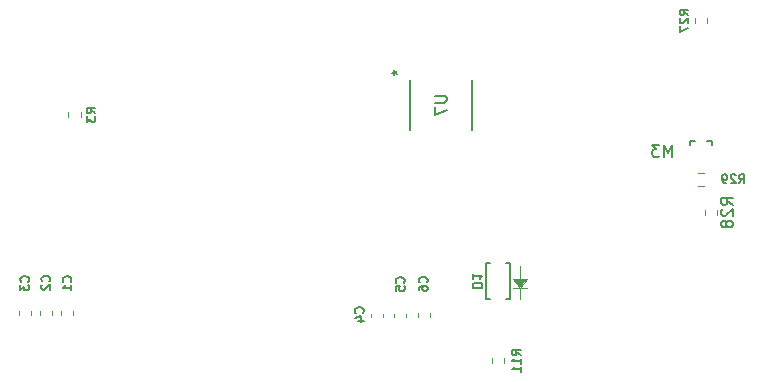
<source format=gbr>
%TF.GenerationSoftware,KiCad,Pcbnew,8.0.6*%
%TF.CreationDate,2025-05-19T10:35:06-04:00*%
%TF.ProjectId,CAEN_NEVIS_DAQ_12V,4341454e-5f4e-4455-9649-535f4441515f,rev?*%
%TF.SameCoordinates,Original*%
%TF.FileFunction,Legend,Bot*%
%TF.FilePolarity,Positive*%
%FSLAX46Y46*%
G04 Gerber Fmt 4.6, Leading zero omitted, Abs format (unit mm)*
G04 Created by KiCad (PCBNEW 8.0.6) date 2025-05-19 10:35:06*
%MOMM*%
%LPD*%
G01*
G04 APERTURE LIST*
%ADD10C,0.150000*%
%ADD11C,0.120000*%
%ADD12C,0.152400*%
%ADD13C,0.100000*%
G04 APERTURE END LIST*
D10*
X150867735Y-94774999D02*
X150903450Y-94739285D01*
X150903450Y-94739285D02*
X150939164Y-94632142D01*
X150939164Y-94632142D02*
X150939164Y-94560714D01*
X150939164Y-94560714D02*
X150903450Y-94453571D01*
X150903450Y-94453571D02*
X150832021Y-94382142D01*
X150832021Y-94382142D02*
X150760592Y-94346428D01*
X150760592Y-94346428D02*
X150617735Y-94310714D01*
X150617735Y-94310714D02*
X150510592Y-94310714D01*
X150510592Y-94310714D02*
X150367735Y-94346428D01*
X150367735Y-94346428D02*
X150296307Y-94382142D01*
X150296307Y-94382142D02*
X150224878Y-94453571D01*
X150224878Y-94453571D02*
X150189164Y-94560714D01*
X150189164Y-94560714D02*
X150189164Y-94632142D01*
X150189164Y-94632142D02*
X150224878Y-94739285D01*
X150224878Y-94739285D02*
X150260592Y-94774999D01*
X150260592Y-95060714D02*
X150224878Y-95096428D01*
X150224878Y-95096428D02*
X150189164Y-95167857D01*
X150189164Y-95167857D02*
X150189164Y-95346428D01*
X150189164Y-95346428D02*
X150224878Y-95417857D01*
X150224878Y-95417857D02*
X150260592Y-95453571D01*
X150260592Y-95453571D02*
X150332021Y-95489285D01*
X150332021Y-95489285D02*
X150403450Y-95489285D01*
X150403450Y-95489285D02*
X150510592Y-95453571D01*
X150510592Y-95453571D02*
X150939164Y-95024999D01*
X150939164Y-95024999D02*
X150939164Y-95489285D01*
X209262143Y-86489164D02*
X209512143Y-86132021D01*
X209690714Y-86489164D02*
X209690714Y-85739164D01*
X209690714Y-85739164D02*
X209405000Y-85739164D01*
X209405000Y-85739164D02*
X209333571Y-85774878D01*
X209333571Y-85774878D02*
X209297857Y-85810592D01*
X209297857Y-85810592D02*
X209262143Y-85882021D01*
X209262143Y-85882021D02*
X209262143Y-85989164D01*
X209262143Y-85989164D02*
X209297857Y-86060592D01*
X209297857Y-86060592D02*
X209333571Y-86096307D01*
X209333571Y-86096307D02*
X209405000Y-86132021D01*
X209405000Y-86132021D02*
X209690714Y-86132021D01*
X208976428Y-85810592D02*
X208940714Y-85774878D01*
X208940714Y-85774878D02*
X208869286Y-85739164D01*
X208869286Y-85739164D02*
X208690714Y-85739164D01*
X208690714Y-85739164D02*
X208619286Y-85774878D01*
X208619286Y-85774878D02*
X208583571Y-85810592D01*
X208583571Y-85810592D02*
X208547857Y-85882021D01*
X208547857Y-85882021D02*
X208547857Y-85953450D01*
X208547857Y-85953450D02*
X208583571Y-86060592D01*
X208583571Y-86060592D02*
X209012143Y-86489164D01*
X209012143Y-86489164D02*
X208547857Y-86489164D01*
X208190714Y-86489164D02*
X208047857Y-86489164D01*
X208047857Y-86489164D02*
X207976428Y-86453450D01*
X207976428Y-86453450D02*
X207940714Y-86417735D01*
X207940714Y-86417735D02*
X207869285Y-86310592D01*
X207869285Y-86310592D02*
X207833571Y-86167735D01*
X207833571Y-86167735D02*
X207833571Y-85882021D01*
X207833571Y-85882021D02*
X207869285Y-85810592D01*
X207869285Y-85810592D02*
X207905000Y-85774878D01*
X207905000Y-85774878D02*
X207976428Y-85739164D01*
X207976428Y-85739164D02*
X208119285Y-85739164D01*
X208119285Y-85739164D02*
X208190714Y-85774878D01*
X208190714Y-85774878D02*
X208226428Y-85810592D01*
X208226428Y-85810592D02*
X208262142Y-85882021D01*
X208262142Y-85882021D02*
X208262142Y-86060592D01*
X208262142Y-86060592D02*
X208226428Y-86132021D01*
X208226428Y-86132021D02*
X208190714Y-86167735D01*
X208190714Y-86167735D02*
X208119285Y-86203450D01*
X208119285Y-86203450D02*
X207976428Y-86203450D01*
X207976428Y-86203450D02*
X207905000Y-86167735D01*
X207905000Y-86167735D02*
X207869285Y-86132021D01*
X207869285Y-86132021D02*
X207833571Y-86060592D01*
X186717704Y-95350475D02*
X187517704Y-95350475D01*
X187517704Y-95350475D02*
X187517704Y-95159999D01*
X187517704Y-95159999D02*
X187479609Y-95045713D01*
X187479609Y-95045713D02*
X187403419Y-94969523D01*
X187403419Y-94969523D02*
X187327228Y-94931428D01*
X187327228Y-94931428D02*
X187174847Y-94893332D01*
X187174847Y-94893332D02*
X187060561Y-94893332D01*
X187060561Y-94893332D02*
X186908180Y-94931428D01*
X186908180Y-94931428D02*
X186831990Y-94969523D01*
X186831990Y-94969523D02*
X186755800Y-95045713D01*
X186755800Y-95045713D02*
X186717704Y-95159999D01*
X186717704Y-95159999D02*
X186717704Y-95350475D01*
X186717704Y-94131428D02*
X186717704Y-94588571D01*
X186717704Y-94359999D02*
X187517704Y-94359999D01*
X187517704Y-94359999D02*
X187403419Y-94436190D01*
X187403419Y-94436190D02*
X187327228Y-94512380D01*
X187327228Y-94512380D02*
X187289133Y-94588571D01*
X154769164Y-80544999D02*
X154412021Y-80294999D01*
X154769164Y-80116428D02*
X154019164Y-80116428D01*
X154019164Y-80116428D02*
X154019164Y-80402142D01*
X154019164Y-80402142D02*
X154054878Y-80473571D01*
X154054878Y-80473571D02*
X154090592Y-80509285D01*
X154090592Y-80509285D02*
X154162021Y-80544999D01*
X154162021Y-80544999D02*
X154269164Y-80544999D01*
X154269164Y-80544999D02*
X154340592Y-80509285D01*
X154340592Y-80509285D02*
X154376307Y-80473571D01*
X154376307Y-80473571D02*
X154412021Y-80402142D01*
X154412021Y-80402142D02*
X154412021Y-80116428D01*
X154019164Y-80794999D02*
X154019164Y-81259285D01*
X154019164Y-81259285D02*
X154304878Y-81009285D01*
X154304878Y-81009285D02*
X154304878Y-81116428D01*
X154304878Y-81116428D02*
X154340592Y-81187857D01*
X154340592Y-81187857D02*
X154376307Y-81223571D01*
X154376307Y-81223571D02*
X154447735Y-81259285D01*
X154447735Y-81259285D02*
X154626307Y-81259285D01*
X154626307Y-81259285D02*
X154697735Y-81223571D01*
X154697735Y-81223571D02*
X154733450Y-81187857D01*
X154733450Y-81187857D02*
X154769164Y-81116428D01*
X154769164Y-81116428D02*
X154769164Y-80902142D01*
X154769164Y-80902142D02*
X154733450Y-80830714D01*
X154733450Y-80830714D02*
X154697735Y-80794999D01*
X180867735Y-94904999D02*
X180903450Y-94869285D01*
X180903450Y-94869285D02*
X180939164Y-94762142D01*
X180939164Y-94762142D02*
X180939164Y-94690714D01*
X180939164Y-94690714D02*
X180903450Y-94583571D01*
X180903450Y-94583571D02*
X180832021Y-94512142D01*
X180832021Y-94512142D02*
X180760592Y-94476428D01*
X180760592Y-94476428D02*
X180617735Y-94440714D01*
X180617735Y-94440714D02*
X180510592Y-94440714D01*
X180510592Y-94440714D02*
X180367735Y-94476428D01*
X180367735Y-94476428D02*
X180296307Y-94512142D01*
X180296307Y-94512142D02*
X180224878Y-94583571D01*
X180224878Y-94583571D02*
X180189164Y-94690714D01*
X180189164Y-94690714D02*
X180189164Y-94762142D01*
X180189164Y-94762142D02*
X180224878Y-94869285D01*
X180224878Y-94869285D02*
X180260592Y-94904999D01*
X180189164Y-95583571D02*
X180189164Y-95226428D01*
X180189164Y-95226428D02*
X180546307Y-95190714D01*
X180546307Y-95190714D02*
X180510592Y-95226428D01*
X180510592Y-95226428D02*
X180474878Y-95297857D01*
X180474878Y-95297857D02*
X180474878Y-95476428D01*
X180474878Y-95476428D02*
X180510592Y-95547857D01*
X180510592Y-95547857D02*
X180546307Y-95583571D01*
X180546307Y-95583571D02*
X180617735Y-95619285D01*
X180617735Y-95619285D02*
X180796307Y-95619285D01*
X180796307Y-95619285D02*
X180867735Y-95583571D01*
X180867735Y-95583571D02*
X180903450Y-95547857D01*
X180903450Y-95547857D02*
X180939164Y-95476428D01*
X180939164Y-95476428D02*
X180939164Y-95297857D01*
X180939164Y-95297857D02*
X180903450Y-95226428D01*
X180903450Y-95226428D02*
X180867735Y-95190714D01*
X183494819Y-79078095D02*
X184304342Y-79078095D01*
X184304342Y-79078095D02*
X184399580Y-79125714D01*
X184399580Y-79125714D02*
X184447200Y-79173333D01*
X184447200Y-79173333D02*
X184494819Y-79268571D01*
X184494819Y-79268571D02*
X184494819Y-79459047D01*
X184494819Y-79459047D02*
X184447200Y-79554285D01*
X184447200Y-79554285D02*
X184399580Y-79601904D01*
X184399580Y-79601904D02*
X184304342Y-79649523D01*
X184304342Y-79649523D02*
X183494819Y-79649523D01*
X183494819Y-80030476D02*
X183494819Y-80697142D01*
X183494819Y-80697142D02*
X184494819Y-80268571D01*
X179888019Y-77122200D02*
X180126114Y-77122200D01*
X180030876Y-76884105D02*
X180126114Y-77122200D01*
X180126114Y-77122200D02*
X180030876Y-77360295D01*
X180316590Y-76979343D02*
X180126114Y-77122200D01*
X180126114Y-77122200D02*
X180316590Y-77265057D01*
X179888019Y-77122200D02*
X180126114Y-77122200D01*
X180030876Y-76884105D02*
X180126114Y-77122200D01*
X180126114Y-77122200D02*
X180030876Y-77360295D01*
X180316590Y-76979343D02*
X180126114Y-77122200D01*
X180126114Y-77122200D02*
X180316590Y-77265057D01*
X190769164Y-101037856D02*
X190412021Y-100787856D01*
X190769164Y-100609285D02*
X190019164Y-100609285D01*
X190019164Y-100609285D02*
X190019164Y-100894999D01*
X190019164Y-100894999D02*
X190054878Y-100966428D01*
X190054878Y-100966428D02*
X190090592Y-101002142D01*
X190090592Y-101002142D02*
X190162021Y-101037856D01*
X190162021Y-101037856D02*
X190269164Y-101037856D01*
X190269164Y-101037856D02*
X190340592Y-101002142D01*
X190340592Y-101002142D02*
X190376307Y-100966428D01*
X190376307Y-100966428D02*
X190412021Y-100894999D01*
X190412021Y-100894999D02*
X190412021Y-100609285D01*
X190769164Y-101752142D02*
X190769164Y-101323571D01*
X190769164Y-101537856D02*
X190019164Y-101537856D01*
X190019164Y-101537856D02*
X190126307Y-101466428D01*
X190126307Y-101466428D02*
X190197735Y-101394999D01*
X190197735Y-101394999D02*
X190233450Y-101323571D01*
X190769164Y-102466428D02*
X190769164Y-102037857D01*
X190769164Y-102252142D02*
X190019164Y-102252142D01*
X190019164Y-102252142D02*
X190126307Y-102180714D01*
X190126307Y-102180714D02*
X190197735Y-102109285D01*
X190197735Y-102109285D02*
X190233450Y-102037857D01*
X204979164Y-72227856D02*
X204622021Y-71977856D01*
X204979164Y-71799285D02*
X204229164Y-71799285D01*
X204229164Y-71799285D02*
X204229164Y-72084999D01*
X204229164Y-72084999D02*
X204264878Y-72156428D01*
X204264878Y-72156428D02*
X204300592Y-72192142D01*
X204300592Y-72192142D02*
X204372021Y-72227856D01*
X204372021Y-72227856D02*
X204479164Y-72227856D01*
X204479164Y-72227856D02*
X204550592Y-72192142D01*
X204550592Y-72192142D02*
X204586307Y-72156428D01*
X204586307Y-72156428D02*
X204622021Y-72084999D01*
X204622021Y-72084999D02*
X204622021Y-71799285D01*
X204300592Y-72513571D02*
X204264878Y-72549285D01*
X204264878Y-72549285D02*
X204229164Y-72620714D01*
X204229164Y-72620714D02*
X204229164Y-72799285D01*
X204229164Y-72799285D02*
X204264878Y-72870714D01*
X204264878Y-72870714D02*
X204300592Y-72906428D01*
X204300592Y-72906428D02*
X204372021Y-72942142D01*
X204372021Y-72942142D02*
X204443450Y-72942142D01*
X204443450Y-72942142D02*
X204550592Y-72906428D01*
X204550592Y-72906428D02*
X204979164Y-72477856D01*
X204979164Y-72477856D02*
X204979164Y-72942142D01*
X204229164Y-73192142D02*
X204229164Y-73692142D01*
X204229164Y-73692142D02*
X204979164Y-73370714D01*
X208754819Y-88307142D02*
X208278628Y-87973809D01*
X208754819Y-87735714D02*
X207754819Y-87735714D01*
X207754819Y-87735714D02*
X207754819Y-88116666D01*
X207754819Y-88116666D02*
X207802438Y-88211904D01*
X207802438Y-88211904D02*
X207850057Y-88259523D01*
X207850057Y-88259523D02*
X207945295Y-88307142D01*
X207945295Y-88307142D02*
X208088152Y-88307142D01*
X208088152Y-88307142D02*
X208183390Y-88259523D01*
X208183390Y-88259523D02*
X208231009Y-88211904D01*
X208231009Y-88211904D02*
X208278628Y-88116666D01*
X208278628Y-88116666D02*
X208278628Y-87735714D01*
X207850057Y-88688095D02*
X207802438Y-88735714D01*
X207802438Y-88735714D02*
X207754819Y-88830952D01*
X207754819Y-88830952D02*
X207754819Y-89069047D01*
X207754819Y-89069047D02*
X207802438Y-89164285D01*
X207802438Y-89164285D02*
X207850057Y-89211904D01*
X207850057Y-89211904D02*
X207945295Y-89259523D01*
X207945295Y-89259523D02*
X208040533Y-89259523D01*
X208040533Y-89259523D02*
X208183390Y-89211904D01*
X208183390Y-89211904D02*
X208754819Y-88640476D01*
X208754819Y-88640476D02*
X208754819Y-89259523D01*
X208183390Y-89830952D02*
X208135771Y-89735714D01*
X208135771Y-89735714D02*
X208088152Y-89688095D01*
X208088152Y-89688095D02*
X207992914Y-89640476D01*
X207992914Y-89640476D02*
X207945295Y-89640476D01*
X207945295Y-89640476D02*
X207850057Y-89688095D01*
X207850057Y-89688095D02*
X207802438Y-89735714D01*
X207802438Y-89735714D02*
X207754819Y-89830952D01*
X207754819Y-89830952D02*
X207754819Y-90021428D01*
X207754819Y-90021428D02*
X207802438Y-90116666D01*
X207802438Y-90116666D02*
X207850057Y-90164285D01*
X207850057Y-90164285D02*
X207945295Y-90211904D01*
X207945295Y-90211904D02*
X207992914Y-90211904D01*
X207992914Y-90211904D02*
X208088152Y-90164285D01*
X208088152Y-90164285D02*
X208135771Y-90116666D01*
X208135771Y-90116666D02*
X208183390Y-90021428D01*
X208183390Y-90021428D02*
X208183390Y-89830952D01*
X208183390Y-89830952D02*
X208231009Y-89735714D01*
X208231009Y-89735714D02*
X208278628Y-89688095D01*
X208278628Y-89688095D02*
X208373866Y-89640476D01*
X208373866Y-89640476D02*
X208564342Y-89640476D01*
X208564342Y-89640476D02*
X208659580Y-89688095D01*
X208659580Y-89688095D02*
X208707200Y-89735714D01*
X208707200Y-89735714D02*
X208754819Y-89830952D01*
X208754819Y-89830952D02*
X208754819Y-90021428D01*
X208754819Y-90021428D02*
X208707200Y-90116666D01*
X208707200Y-90116666D02*
X208659580Y-90164285D01*
X208659580Y-90164285D02*
X208564342Y-90211904D01*
X208564342Y-90211904D02*
X208373866Y-90211904D01*
X208373866Y-90211904D02*
X208278628Y-90164285D01*
X208278628Y-90164285D02*
X208231009Y-90116666D01*
X208231009Y-90116666D02*
X208183390Y-90021428D01*
X152667735Y-94819999D02*
X152703450Y-94784285D01*
X152703450Y-94784285D02*
X152739164Y-94677142D01*
X152739164Y-94677142D02*
X152739164Y-94605714D01*
X152739164Y-94605714D02*
X152703450Y-94498571D01*
X152703450Y-94498571D02*
X152632021Y-94427142D01*
X152632021Y-94427142D02*
X152560592Y-94391428D01*
X152560592Y-94391428D02*
X152417735Y-94355714D01*
X152417735Y-94355714D02*
X152310592Y-94355714D01*
X152310592Y-94355714D02*
X152167735Y-94391428D01*
X152167735Y-94391428D02*
X152096307Y-94427142D01*
X152096307Y-94427142D02*
X152024878Y-94498571D01*
X152024878Y-94498571D02*
X151989164Y-94605714D01*
X151989164Y-94605714D02*
X151989164Y-94677142D01*
X151989164Y-94677142D02*
X152024878Y-94784285D01*
X152024878Y-94784285D02*
X152060592Y-94819999D01*
X152739164Y-95534285D02*
X152739164Y-95105714D01*
X152739164Y-95319999D02*
X151989164Y-95319999D01*
X151989164Y-95319999D02*
X152096307Y-95248571D01*
X152096307Y-95248571D02*
X152167735Y-95177142D01*
X152167735Y-95177142D02*
X152203450Y-95105714D01*
X177427735Y-97464999D02*
X177463450Y-97429285D01*
X177463450Y-97429285D02*
X177499164Y-97322142D01*
X177499164Y-97322142D02*
X177499164Y-97250714D01*
X177499164Y-97250714D02*
X177463450Y-97143571D01*
X177463450Y-97143571D02*
X177392021Y-97072142D01*
X177392021Y-97072142D02*
X177320592Y-97036428D01*
X177320592Y-97036428D02*
X177177735Y-97000714D01*
X177177735Y-97000714D02*
X177070592Y-97000714D01*
X177070592Y-97000714D02*
X176927735Y-97036428D01*
X176927735Y-97036428D02*
X176856307Y-97072142D01*
X176856307Y-97072142D02*
X176784878Y-97143571D01*
X176784878Y-97143571D02*
X176749164Y-97250714D01*
X176749164Y-97250714D02*
X176749164Y-97322142D01*
X176749164Y-97322142D02*
X176784878Y-97429285D01*
X176784878Y-97429285D02*
X176820592Y-97464999D01*
X176999164Y-98107857D02*
X177499164Y-98107857D01*
X176713450Y-97929285D02*
X177249164Y-97750714D01*
X177249164Y-97750714D02*
X177249164Y-98214999D01*
X182827735Y-94884999D02*
X182863450Y-94849285D01*
X182863450Y-94849285D02*
X182899164Y-94742142D01*
X182899164Y-94742142D02*
X182899164Y-94670714D01*
X182899164Y-94670714D02*
X182863450Y-94563571D01*
X182863450Y-94563571D02*
X182792021Y-94492142D01*
X182792021Y-94492142D02*
X182720592Y-94456428D01*
X182720592Y-94456428D02*
X182577735Y-94420714D01*
X182577735Y-94420714D02*
X182470592Y-94420714D01*
X182470592Y-94420714D02*
X182327735Y-94456428D01*
X182327735Y-94456428D02*
X182256307Y-94492142D01*
X182256307Y-94492142D02*
X182184878Y-94563571D01*
X182184878Y-94563571D02*
X182149164Y-94670714D01*
X182149164Y-94670714D02*
X182149164Y-94742142D01*
X182149164Y-94742142D02*
X182184878Y-94849285D01*
X182184878Y-94849285D02*
X182220592Y-94884999D01*
X182149164Y-95527857D02*
X182149164Y-95384999D01*
X182149164Y-95384999D02*
X182184878Y-95313571D01*
X182184878Y-95313571D02*
X182220592Y-95277857D01*
X182220592Y-95277857D02*
X182327735Y-95206428D01*
X182327735Y-95206428D02*
X182470592Y-95170714D01*
X182470592Y-95170714D02*
X182756307Y-95170714D01*
X182756307Y-95170714D02*
X182827735Y-95206428D01*
X182827735Y-95206428D02*
X182863450Y-95242142D01*
X182863450Y-95242142D02*
X182899164Y-95313571D01*
X182899164Y-95313571D02*
X182899164Y-95456428D01*
X182899164Y-95456428D02*
X182863450Y-95527857D01*
X182863450Y-95527857D02*
X182827735Y-95563571D01*
X182827735Y-95563571D02*
X182756307Y-95599285D01*
X182756307Y-95599285D02*
X182577735Y-95599285D01*
X182577735Y-95599285D02*
X182506307Y-95563571D01*
X182506307Y-95563571D02*
X182470592Y-95527857D01*
X182470592Y-95527857D02*
X182434878Y-95456428D01*
X182434878Y-95456428D02*
X182434878Y-95313571D01*
X182434878Y-95313571D02*
X182470592Y-95242142D01*
X182470592Y-95242142D02*
X182506307Y-95206428D01*
X182506307Y-95206428D02*
X182577735Y-95170714D01*
X149077735Y-94814999D02*
X149113450Y-94779285D01*
X149113450Y-94779285D02*
X149149164Y-94672142D01*
X149149164Y-94672142D02*
X149149164Y-94600714D01*
X149149164Y-94600714D02*
X149113450Y-94493571D01*
X149113450Y-94493571D02*
X149042021Y-94422142D01*
X149042021Y-94422142D02*
X148970592Y-94386428D01*
X148970592Y-94386428D02*
X148827735Y-94350714D01*
X148827735Y-94350714D02*
X148720592Y-94350714D01*
X148720592Y-94350714D02*
X148577735Y-94386428D01*
X148577735Y-94386428D02*
X148506307Y-94422142D01*
X148506307Y-94422142D02*
X148434878Y-94493571D01*
X148434878Y-94493571D02*
X148399164Y-94600714D01*
X148399164Y-94600714D02*
X148399164Y-94672142D01*
X148399164Y-94672142D02*
X148434878Y-94779285D01*
X148434878Y-94779285D02*
X148470592Y-94814999D01*
X148399164Y-95064999D02*
X148399164Y-95529285D01*
X148399164Y-95529285D02*
X148684878Y-95279285D01*
X148684878Y-95279285D02*
X148684878Y-95386428D01*
X148684878Y-95386428D02*
X148720592Y-95457857D01*
X148720592Y-95457857D02*
X148756307Y-95493571D01*
X148756307Y-95493571D02*
X148827735Y-95529285D01*
X148827735Y-95529285D02*
X149006307Y-95529285D01*
X149006307Y-95529285D02*
X149077735Y-95493571D01*
X149077735Y-95493571D02*
X149113450Y-95457857D01*
X149113450Y-95457857D02*
X149149164Y-95386428D01*
X149149164Y-95386428D02*
X149149164Y-95172142D01*
X149149164Y-95172142D02*
X149113450Y-95100714D01*
X149113450Y-95100714D02*
X149077735Y-95064999D01*
X203567524Y-84230819D02*
X203567524Y-83230819D01*
X203567524Y-83230819D02*
X203234191Y-83945104D01*
X203234191Y-83945104D02*
X202900858Y-83230819D01*
X202900858Y-83230819D02*
X202900858Y-84230819D01*
X202519905Y-83230819D02*
X201900858Y-83230819D01*
X201900858Y-83230819D02*
X202234191Y-83611771D01*
X202234191Y-83611771D02*
X202091334Y-83611771D01*
X202091334Y-83611771D02*
X201996096Y-83659390D01*
X201996096Y-83659390D02*
X201948477Y-83707009D01*
X201948477Y-83707009D02*
X201900858Y-83802247D01*
X201900858Y-83802247D02*
X201900858Y-84040342D01*
X201900858Y-84040342D02*
X201948477Y-84135580D01*
X201948477Y-84135580D02*
X201996096Y-84183200D01*
X201996096Y-84183200D02*
X202091334Y-84230819D01*
X202091334Y-84230819D02*
X202377048Y-84230819D01*
X202377048Y-84230819D02*
X202472286Y-84183200D01*
X202472286Y-84183200D02*
X202519905Y-84135580D01*
D11*
%TO.C,C2*%
X150090000Y-97600580D02*
X150090000Y-97319420D01*
X151110000Y-97600580D02*
X151110000Y-97319420D01*
%TO.C,R29*%
X205812742Y-85657500D02*
X206287258Y-85657500D01*
X205812742Y-86702500D02*
X206287258Y-86702500D01*
D12*
%TO.C,D1*%
X187821300Y-93220600D02*
X187821300Y-96319400D01*
X187821300Y-96319400D02*
X188161660Y-96319400D01*
X188161660Y-93220600D02*
X187821300Y-93220600D01*
X189538340Y-96319400D02*
X189878700Y-96319400D01*
X189878700Y-93220600D02*
X189538340Y-93220600D01*
X189878700Y-96319400D02*
X189878700Y-93220600D01*
D13*
X190150000Y-95320000D02*
X191350000Y-95320000D01*
X190700000Y-93470000D02*
X190700000Y-94570000D01*
X190700000Y-96320000D02*
X190700000Y-95320000D01*
X190700000Y-95320000D02*
X190150000Y-94620000D01*
X191300000Y-94620000D01*
X190700000Y-95320000D01*
G36*
X190700000Y-95320000D02*
G01*
X190150000Y-94620000D01*
X191300000Y-94620000D01*
X190700000Y-95320000D01*
G37*
D11*
%TO.C,R3*%
X152477500Y-80432742D02*
X152477500Y-80907258D01*
X153522500Y-80432742D02*
X153522500Y-80907258D01*
%TO.C,C5*%
X180020000Y-97810580D02*
X180020000Y-97529420D01*
X181040000Y-97810580D02*
X181040000Y-97529420D01*
D12*
%TO.C,U7*%
X181411100Y-77719100D02*
X181411100Y-81960900D01*
X186668900Y-81960900D02*
X186668900Y-77719100D01*
D11*
%TO.C,R11*%
X188337500Y-101727258D02*
X188337500Y-101252742D01*
X189382500Y-101727258D02*
X189382500Y-101252742D01*
%TO.C,R27*%
X205547500Y-72947258D02*
X205547500Y-72472742D01*
X206592500Y-72947258D02*
X206592500Y-72472742D01*
%TO.C,R28*%
X206347500Y-88712742D02*
X206347500Y-89187258D01*
X207392500Y-88712742D02*
X207392500Y-89187258D01*
%TO.C,C1*%
X151890000Y-97600580D02*
X151890000Y-97319420D01*
X152910000Y-97600580D02*
X152910000Y-97319420D01*
%TO.C,C4*%
X178070000Y-97810580D02*
X178070000Y-97529420D01*
X179090000Y-97810580D02*
X179090000Y-97529420D01*
%TO.C,C6*%
X182050000Y-97790580D02*
X182050000Y-97509420D01*
X183070000Y-97790580D02*
X183070000Y-97509420D01*
%TO.C,C3*%
X148290000Y-97600580D02*
X148290000Y-97319420D01*
X149310000Y-97600580D02*
X149310000Y-97319420D01*
D12*
%TO.C,M3*%
X205133001Y-82868000D02*
X205133001Y-83271655D01*
X205551861Y-82868000D02*
X205133001Y-82868000D01*
X206987001Y-82868000D02*
X206568141Y-82868000D01*
X206987001Y-83271655D02*
X206987001Y-82868000D01*
%TD*%
M02*

</source>
